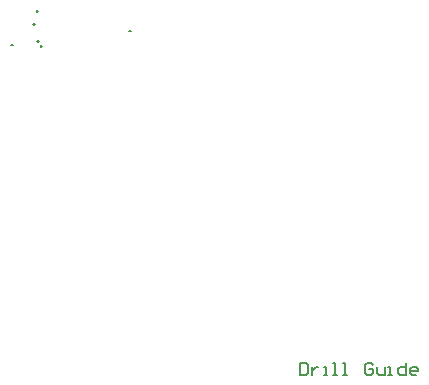
<source format=gbr>
G04 Layer_Color=128*
%FSLAX45Y45*%
%MOMM*%
%TF.FileFunction,Drillmap*%
%TF.Part,Single*%
%TFFileComment,The blind Vias under BGA and Other Pads are Via-In-Pad (VIP)*%
G01*
G75*
%TA.AperFunction,NonConductor*%
%ADD39C,0.15000*%
%ADD155C,0.12700*%
D39*
X3599430Y-2822042D02*
Y-2922009D01*
X3649414D01*
X3666075Y-2905348D01*
Y-2838703D01*
X3649414Y-2822042D01*
X3599430D01*
X3699398Y-2855364D02*
Y-2922009D01*
Y-2888687D01*
X3716060Y-2872025D01*
X3732721Y-2855364D01*
X3749382D01*
X3799366Y-2922009D02*
X3832689D01*
X3816027D01*
Y-2855364D01*
X3799366D01*
X3882672Y-2922009D02*
X3915995D01*
X3899334D01*
Y-2822042D01*
X3882672D01*
X3965979Y-2922009D02*
X3999301D01*
X3982640D01*
Y-2822042D01*
X3965979D01*
X4215898Y-2838703D02*
X4199237Y-2822042D01*
X4165914D01*
X4149253Y-2838703D01*
Y-2905348D01*
X4165914Y-2922009D01*
X4199237D01*
X4215898Y-2905348D01*
Y-2872025D01*
X4182576D01*
X4249221Y-2855364D02*
Y-2905348D01*
X4265882Y-2922009D01*
X4315866D01*
Y-2855364D01*
X4349189Y-2922009D02*
X4382511D01*
X4365850D01*
Y-2855364D01*
X4349189D01*
X4499140Y-2822042D02*
Y-2922009D01*
X4449156D01*
X4432495Y-2905348D01*
Y-2872025D01*
X4449156Y-2855364D01*
X4499140D01*
X4582447Y-2922009D02*
X4549124D01*
X4532463Y-2905348D01*
Y-2872025D01*
X4549124Y-2855364D01*
X4582447D01*
X4599108Y-2872025D01*
Y-2888687D01*
X4532463D01*
D155*
X1371668Y-91370D02*
X1386668D01*
X1379168Y-98870D02*
Y-83870D01*
X1402941Y-134768D02*
X1417940D01*
X1410440Y-142268D02*
Y-127268D01*
X1369772Y159770D02*
X1384771D01*
X1377272Y152270D02*
Y167269D01*
X1342667Y52393D02*
X1357666D01*
X1350166Y44893D02*
Y59893D01*
X2152952Y-6434D02*
X2167951D01*
X2160452Y-13934D02*
Y1066D01*
X1152832Y-125063D02*
X1167831D01*
X1160331Y-132563D02*
Y-117563D01*
%TF.MD5,6c21cad9b22c1bfe2034291bbd78466a*%
M02*

</source>
